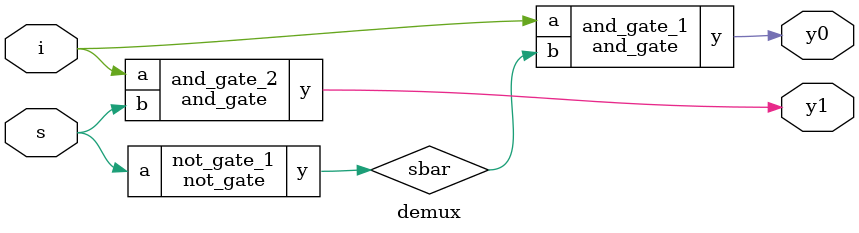
<source format=v>
module not_gate(y,a);
	output y;
	input a;

	//not (y,a)
	nand(y,a,a);
endmodule

module and_gate(y,a,b);
	output y;
	input a,b;
	wire x;
	nand(x,a,b);
	nand(y,x,x);
endmodule

module demux(y0,y1,s,i);
	input s,i;
	output y0,y1;
	wire sbar;
	not_gate not_gate_1(sbar,s);
	and_gate and_gate_1(y0,i,sbar);
	and_gate and_gate_2(y1,i,s);
endmodule

</source>
